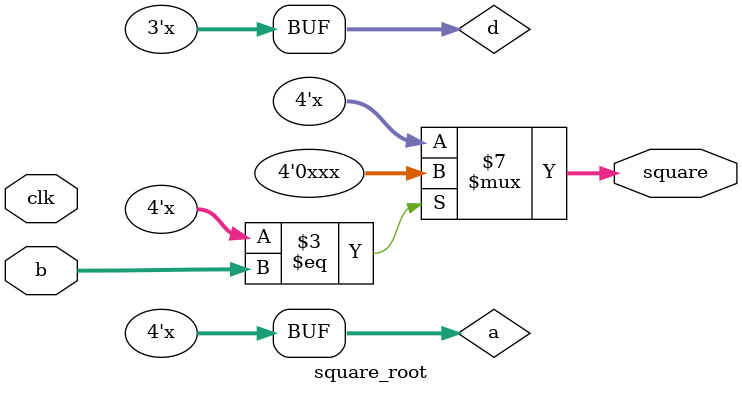
<source format=sv>
`timescale 1ns / 1ps


module square_root(b,clk,square);

input [3:0] b;
input clk;
output [3:0]square;
reg[3:0]a,square;
reg[2:0] d;

initial
  begin
    d=3'b001;
  end

always@(clk)
  begin
    a=d*d;
    if(a==b)
      square=d;
    else
      d=d+1;
  end
endmodule

</source>
